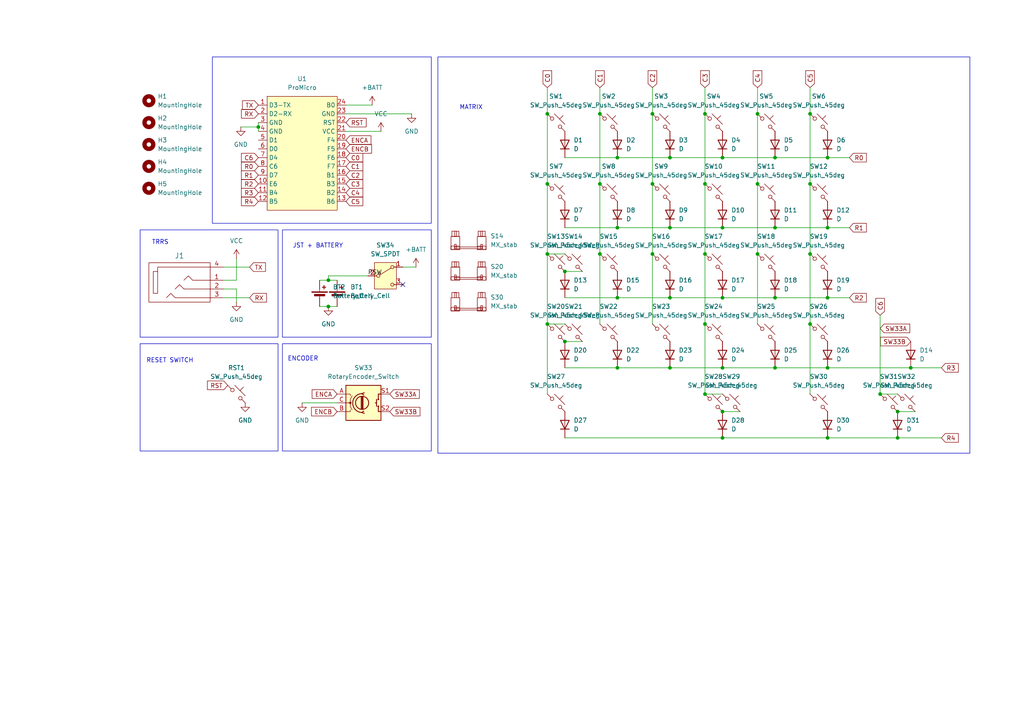
<source format=kicad_sch>
(kicad_sch (version 20231120) (generator "eeschema") (generator_version "8.0")
  (paper "A4")
  (lib_symbols
    (symbol "Device:Battery_Cell" (pin_numbers hide) (pin_names (offset 0) hide)
      (property "Reference" "BT" (at 2.54 2.54 0))
      (property "Value" "Battery_Cell" (at 2.54 0 0))
      (symbol "Battery_Cell_0_1"
        (rectangle (start -2.286 1.778) (end 2.286 1.524) (fill (type outline)))
        (rectangle (start -1.524 1.016) (end 1.524 0.508) (fill (type outline)))
        (polyline (pts (xy 0 0.762) (xy 0 0)))
        (polyline (pts (xy 0 1.778) (xy 0 2.54)))
        (polyline (pts (xy 0.762 3.048) (xy 1.778 3.048)) (stroke (width 0.254)))
        (polyline (pts (xy 1.27 3.556) (xy 1.27 2.54)) (stroke (width 0.254)))
      )
      (symbol "Battery_Cell_1_1"
        (pin passive line (at 0 5.08 270) (length 2.54) (name "+") (number "1"))
        (pin passive line (at 0 -2.54 90) (length 2.54) (name "-") (number "2"))
      )
    )
    (symbol "Device:D" (pin_numbers hide) (pin_names (offset 1.016) hide)
      (property "Reference" "D" (at 0 2.54 0))
      (property "Value" "D" (at 0 -2.54 0))
      (symbol "D_0_1"
        (polyline (pts (xy -1.27 1.27) (xy -1.27 -1.27)) (stroke (width 0.254)))
        (polyline (pts (xy 1.27 0) (xy -1.27 0)))
        (polyline (pts (xy 1.27 1.27) (xy 1.27 -1.27) (xy -1.27 0) (xy 1.27 1.27)) (stroke (width 0.254)))
      )
      (symbol "D_1_1"
        (pin passive line (at -3.81 0 0) (length 2.54) (name "K") (number "1"))
        (pin passive line (at 3.81 0 180) (length 2.54) (name "A") (number "2"))
      )
    )
    (symbol "Device:RotaryEncoder_Switch" (pin_names (offset 0.254) hide)
      (property "Reference" "SW" (at 0 6.604 0))
      (property "Value" "RotaryEncoder_Switch" (at 0 -6.604 0))
      (symbol "RotaryEncoder_Switch_0_1"
        (rectangle (start -5.08 5.08) (end 5.08 -5.08) (stroke (width 0.254)) (fill (type background)))
        (circle (center -3.81 0) (radius 0.254) (fill (type outline)))
        (circle (center -0.381 0) (radius 1.905) (stroke (width 0.254)))
        (arc (start -0.381 2.667) (mid -3.0988 -0.0635) (end -0.381 -2.794) (stroke (width 0.254)))
        (polyline (pts (xy -0.635 -1.778) (xy -0.635 1.778)) (stroke (width 0.254)))
        (polyline (pts (xy -0.381 -1.778) (xy -0.381 1.778)) (stroke (width 0.254)))
        (polyline (pts (xy -0.127 1.778) (xy -0.127 -1.778)) (stroke (width 0.254)))
        (polyline (pts (xy 3.81 0) (xy 3.429 0)) (stroke (width 0.254)))
        (polyline (pts (xy 3.81 1.016) (xy 3.81 -1.016)) (stroke (width 0.254)))
        (polyline (pts (xy -5.08 -2.54) (xy -3.81 -2.54) (xy -3.81 -2.032)))
        (polyline (pts (xy -5.08 2.54) (xy -3.81 2.54) (xy -3.81 2.032)))
        (polyline (pts (xy 0.254 -3.048) (xy -0.508 -2.794) (xy 0.127 -2.413)) (stroke (width 0.254)))
        (polyline (pts (xy 0.254 2.921) (xy -0.508 2.667) (xy 0.127 2.286)) (stroke (width 0.254)))
        (polyline (pts (xy 5.08 -2.54) (xy 4.318 -2.54) (xy 4.318 -1.016)) (stroke (width 0.254)))
        (polyline (pts (xy 5.08 2.54) (xy 4.318 2.54) (xy 4.318 1.016)) (stroke (width 0.254)))
        (polyline (pts (xy -5.08 0) (xy -3.81 0) (xy -3.81 -1.016) (xy -3.302 -2.032)))
        (polyline (pts (xy -4.318 0) (xy -3.81 0) (xy -3.81 1.016) (xy -3.302 2.032)))
        (circle (center 4.318 -1.016) (radius 0.127) (stroke (width 0.254)))
        (circle (center 4.318 1.016) (radius 0.127) (stroke (width 0.254)))
      )
      (symbol "RotaryEncoder_Switch_1_1"
        (pin passive line (at -7.62 2.54 0) (length 2.54) (name "A") (number "A"))
        (pin passive line (at -7.62 -2.54 0) (length 2.54) (name "B") (number "B"))
        (pin passive line (at -7.62 0 0) (length 2.54) (name "C") (number "C"))
        (pin passive line (at 7.62 2.54 180) (length 2.54) (name "S1") (number "S1"))
        (pin passive line (at 7.62 -2.54 180) (length 2.54) (name "S2") (number "S2"))
      )
    )
    (symbol "GHN:Arduino_ProMicro" (in_bom no)
      (property "Reference" "U1" (at 0 21.59 0))
      (property "Value" "ProMicro" (at 0 19.05 0))
      (symbol "Arduino_ProMicro_0_0"
        (pin bidirectional line (at -12.7 13.97 0) (length 2.54) (name "D3-TX") (number "1"))
        (pin bidirectional line (at -12.7 -8.89 0) (length 2.54) (name "E6") (number "10"))
        (pin bidirectional line (at -12.7 -11.43 0) (length 2.54) (name "B4") (number "11"))
        (pin bidirectional line (at -12.7 -13.97 0) (length 2.54) (name "B5") (number "12"))
        (pin bidirectional line (at -12.7 11.43 0) (length 2.54) (name "D2-RX") (number "2"))
        (pin power_out line (at -12.7 8.89 0) (length 2.54) (name "GND") (number "3"))
        (pin power_out line (at -12.7 6.35 0) (length 2.54) (name "GND") (number "4"))
        (pin bidirectional line (at -12.7 3.81 0) (length 2.54) (name "D1") (number "5"))
        (pin bidirectional line (at -12.7 1.27 0) (length 2.54) (name "D0") (number "6"))
        (pin bidirectional line (at -12.7 -1.27 0) (length 2.54) (name "D4") (number "7"))
        (pin bidirectional line (at -12.7 -3.81 0) (length 2.54) (name "C6") (number "8"))
        (pin bidirectional line (at -12.7 -6.35 0) (length 2.54) (name "D7") (number "9"))
      )
      (symbol "Arduino_ProMicro_1_0"
        (pin bidirectional line (at 12.7 -13.97 180) (length 2.54) (name "B6") (number "13"))
        (pin bidirectional line (at 12.7 -11.43 180) (length 2.54) (name "B2") (number "14"))
        (pin bidirectional line (at 12.7 -8.89 180) (length 2.54) (name "B3") (number "15"))
        (pin bidirectional line (at 12.7 -6.35 180) (length 2.54) (name "B1") (number "16"))
        (pin bidirectional line (at 12.7 -3.81 180) (length 2.54) (name "F7") (number "17"))
        (pin bidirectional line (at 12.7 -1.27 180) (length 2.54) (name "F6") (number "18"))
        (pin bidirectional line (at 12.7 1.27 180) (length 2.54) (name "F5") (number "19"))
        (pin bidirectional line (at 12.7 3.81 180) (length 2.54) (name "F4") (number "20"))
        (pin power_out line (at 12.7 6.35 180) (length 2.54) (name "VCC") (number "21"))
        (pin bidirectional line (at 12.7 8.89 180) (length 2.54) (name "RST") (number "22"))
        (pin power_out line (at 12.7 11.43 180) (length 2.54) (name "GND") (number "23"))
        (pin bidirectional line (at 12.7 13.97 180) (length 2.54) (name "B0") (number "24"))
      )
      (symbol "Arduino_ProMicro_1_1"
        (rectangle (start -10.16 16.51) (end 10.16 -16.51) (fill (type background)))
      )
    )
    (symbol "KLORlib:MJ-4PP-9 TRRS" (pin_names (offset 1.016))
      (property "Reference" "J1" (at -1.27 7.112 0))
      (symbol "MJ-4PP-9 TRRS_0_1"
        (rectangle (start -7.62 2.54) (end -8.89 -3.81))
        (polyline (pts (xy 2.54 0) (xy 7.62 0)))
        (polyline (pts (xy -2.54 -5.08) (xy 7.62 -5.08) (xy 7.62 -5.08)))
        (polyline (pts (xy 0 -2.54) (xy -1.27 -1.27) (xy -2.54 -2.54)))
        (polyline (pts (xy 0 0) (xy 1.27 1.27) (xy 2.54 0)))
        (polyline (pts (xy 7.62 3.81) (xy -7.62 3.81) (xy -7.62 2.54)))
        (polyline (pts (xy -2.54 -5.08) (xy -3.81 -3.81) (xy -5.08 -5.08) (xy -5.08 -5.08)))
        (polyline (pts (xy 0 -2.54) (xy 7.62 -2.54) (xy 7.62 -2.54) (xy 7.62 -2.54)))
        (rectangle (start 7.62 -6.35) (end -10.16 5.08))
      )
      (symbol "MJ-4PP-9 TRRS_1_1"
        (pin passive line (at 11.43 0 180) (length 3.81) (name "~") (number "1"))
        (pin passive line (at 11.43 -2.54 180) (length 3.81) (name "~") (number "2"))
        (pin passive line (at 11.43 -5.08 180) (length 3.81) (name "~") (number "3"))
        (pin passive line (at 11.43 3.81 180) (length 3.81) (name "~") (number "4"))
      )
    )
    (symbol "Mechanical:MountingHole" (pin_names (offset 1.016)) (exclude_from_sim yes) (in_bom no)
      (property "Reference" "H" (at 0 5.08 0))
      (property "Value" "MountingHole" (at 0 3.175 0))
      (symbol "MountingHole_0_1"
        (circle (center 0 0) (radius 1.27) (stroke (width 1.27)))
      )
    )
    (symbol "PCM_marbastlib-mx:MX_stab" (pin_names (offset 1.016))
      (property "Reference" "S" (at -5.08 6.35 0))
      (property "Value" "MX_stab" (at -5.08 3.81 0))
      (symbol "MX_stab_0_1"
        (rectangle (start -5.08 -1.524) (end -2.54 -2.54))
        (rectangle (start -5.08 1.27) (end -2.54 -2.54))
        (rectangle (start -4.826 2.794) (end -2.794 1.27))
        (rectangle (start -4.064 -2.286) (end -3.556 -1.016))
        (rectangle (start -4.064 -1.778) (end 4.064 -2.286))
        (rectangle (start -4.064 1.27) (end -3.556 2.794))
        (rectangle (start 2.54 -1.524) (end 5.08 -2.54))
        (rectangle (start 2.54 1.27) (end 5.08 -2.54))
        (rectangle (start 2.794 2.794) (end 4.826 1.27))
        (rectangle (start 3.556 1.27) (end 4.064 2.794))
        (rectangle (start 4.064 -2.286) (end 3.556 -1.016))
      )
    )
    (symbol "Switch:SW_Push_45deg" (pin_numbers hide) (pin_names (offset 1.016) hide)
      (property "Reference" "SW" (at 3.048 1.016 0))
      (property "Value" "SW_Push_45deg" (at 0 -3.81 0))
      (symbol "SW_Push_45deg_0_1"
        (circle (center -1.1684 1.1684) (radius 0.508))
        (polyline (pts (xy -0.508 2.54) (xy 2.54 -0.508)))
        (polyline (pts (xy 1.016 1.016) (xy 2.032 2.032)))
        (polyline (pts (xy -2.54 2.54) (xy -1.524 1.524) (xy -1.524 1.524)))
        (polyline (pts (xy 1.524 -1.524) (xy 2.54 -2.54) (xy 2.54 -2.54) (xy 2.54 -2.54)))
        (circle (center 1.143 -1.1938) (radius 0.508))
        (pin passive line (at -2.54 2.54 0) (length 0) (name "1") (number "1"))
        (pin passive line (at 2.54 -2.54 180) (length 0) (name "2") (number "2"))
      )
    )
    (symbol "Switch:SW_SPDT" (pin_names (offset 0) hide)
      (property "Reference" "SW" (at 0 5.08 0))
      (property "Value" "SW_SPDT" (at 0 -5.08 0))
      (symbol "SW_SPDT_0_1"
        (circle (center -2.032 0) (radius 0.4572))
        (polyline (pts (xy -1.651 0.254) (xy 1.651 2.286)))
        (circle (center 2.032 -2.54) (radius 0.4572))
        (circle (center 2.032 2.54) (radius 0.4572))
      )
      (symbol "SW_SPDT_1_1"
        (rectangle (start -3.175 3.81) (end 3.175 -3.81) (fill (type background)))
        (pin passive line (at 5.08 2.54 180) (length 2.54) (name "A") (number "1"))
        (pin passive line (at -5.08 0 0) (length 2.54) (name "B") (number "2"))
        (pin passive line (at 5.08 -2.54 180) (length 2.54) (name "C") (number "3"))
      )
    )
    (symbol "power:+BATT" (power) (pin_numbers hide) (pin_names (offset 0) hide)
      (property "Value" "+BATT" (at 0 3.556 0))
      (symbol "+BATT_0_1"
        (polyline (pts (xy -0.762 1.27) (xy 0 2.54)))
        (polyline (pts (xy 0 0) (xy 0 2.54)))
        (polyline (pts (xy 0 2.54) (xy 0.762 1.27)))
      )
      (symbol "+BATT_1_1"
        (pin power_in line (at 0 0 90) (length 0) (name "~") (number "1"))
      )
    )
    (symbol "power:GND" (power) (pin_numbers hide) (pin_names (offset 0) hide)
      (property "Value" "GND" (at 0 -3.81 0))
      (symbol "GND_0_1"
        (polyline (pts (xy 0 0) (xy 0 -1.27) (xy 1.27 -1.27) (xy 0 -2.54) (xy -1.27 -1.27) (xy 0 -1.27)))
      )
      (symbol "GND_1_1"
        (pin power_in line (at 0 0 270) (length 0) (name "~") (number "1"))
      )
    )
    (symbol "power:VCC" (power) (pin_numbers hide) (pin_names (offset 0) hide)
      (property "Value" "VCC" (at 0 3.556 0))
      (symbol "VCC_0_1"
        (polyline (pts (xy -0.762 1.27) (xy 0 2.54)))
        (polyline (pts (xy 0 0) (xy 0 2.54)))
        (polyline (pts (xy 0 2.54) (xy 0.762 1.27)))
      )
      (symbol "VCC_1_1"
        (pin power_in line (at 0 0 90) (length 0) (name "~") (number "1"))
      )
    )
  )
  (junction (at 204.47 73.66))
  (junction (at 224.79 66.04))
  (junction (at 209.55 45.72))
  (junction (at 264.16 106.68))
  (junction (at 219.71 53.34))
  (junction (at 240.03 127))
  (junction (at 260.35 127))
  (junction (at 194.31 106.68))
  (junction (at 240.03 86.36))
  (junction (at 173.99 53.34))
  (junction (at 194.31 66.04))
  (junction (at 95.25 88.9))
  (junction (at 240.03 66.04))
  (junction (at 234.95 53.34))
  (junction (at 204.47 93.98))
  (junction (at 209.55 106.68))
  (junction (at 179.07 106.68))
  (junction (at 224.79 86.36))
  (junction (at 179.07 86.36))
  (junction (at 224.79 106.68))
  (junction (at 240.03 45.72))
  (junction (at 189.23 73.66))
  (junction (at 219.71 33.02))
  (junction (at 158.75 73.66))
  (junction (at 219.71 73.66))
  (junction (at 163.83 78.74))
  (junction (at 209.55 127))
  (junction (at 209.55 66.04))
  (junction (at 204.47 53.34))
  (junction (at 240.03 106.68))
  (junction (at 204.47 33.02))
  (junction (at 224.79 45.72))
  (junction (at 173.99 33.02))
  (junction (at 158.75 53.34))
  (junction (at 173.99 73.66))
  (junction (at 189.23 33.02))
  (junction (at 74.93 36.83))
  (junction (at 209.55 86.36))
  (junction (at 163.83 99.06))
  (junction (at 204.47 114.3))
  (junction (at 179.07 45.72))
  (junction (at 234.95 93.98))
  (junction (at 209.55 119.38))
  (junction (at 189.23 53.34))
  (junction (at 194.31 45.72))
  (junction (at 179.07 66.04))
  (junction (at 234.95 73.66))
  (junction (at 158.75 33.02))
  (junction (at 234.95 33.02))
  (junction (at 260.35 119.38))
  (junction (at 95.25 81.28))
  (junction (at 194.31 86.36))
  (junction (at 158.75 93.98))
  (junction (at 255.27 114.3))
  (no_connect (at 116.84 82.55))
  (wire (pts (xy 224.79 86.36) (xy 240.03 86.36)))
  (wire (pts (xy 95.25 88.9) (xy 97.79 88.9)))
  (wire (pts (xy 219.71 73.66) (xy 219.71 93.98)))
  (wire (pts (xy 240.03 127) (xy 260.35 127)))
  (wire (pts (xy 224.79 45.72) (xy 240.03 45.72)))
  (wire (pts (xy 264.16 106.68) (xy 273.05 106.68)))
  (wire (pts (xy 209.55 127) (xy 240.03 127)))
  (wire (pts (xy 194.31 86.36) (xy 209.55 86.36)))
  (wire (pts (xy 158.75 93.98) (xy 163.83 93.98)))
  (wire (pts (xy 255.27 91.44) (xy 255.27 114.3)))
  (wire (pts (xy 72.39 86.36) (xy 64.77 86.36)))
  (wire (pts (xy 158.75 33.02) (xy 158.75 53.34)))
  (wire (pts (xy 219.71 33.02) (xy 219.71 53.34)))
  (wire (pts (xy 163.83 106.68) (xy 179.07 106.68)))
  (wire (pts (xy 224.79 106.68) (xy 240.03 106.68)))
  (wire (pts (xy 209.55 86.36) (xy 224.79 86.36)))
  (wire (pts (xy 158.75 73.66) (xy 158.75 93.98)))
  (wire (pts (xy 240.03 45.72) (xy 246.38 45.72)))
  (wire (pts (xy 234.95 25.4) (xy 234.95 33.02)))
  (wire (pts (xy 240.03 86.36) (xy 246.38 86.36)))
  (wire (pts (xy 179.07 45.72) (xy 194.31 45.72)))
  (wire (pts (xy 158.75 93.98) (xy 158.75 114.3)))
  (wire (pts (xy 119.38 33.02) (xy 100.33 33.02)))
  (wire (pts (xy 64.77 83.82) (xy 68.58 83.82)))
  (wire (pts (xy 204.47 93.98) (xy 204.47 114.3)))
  (wire (pts (xy 158.75 73.66) (xy 163.83 73.66)))
  (wire (pts (xy 219.71 25.4) (xy 219.71 33.02)))
  (wire (pts (xy 64.77 81.28) (xy 68.58 81.28)))
  (wire (pts (xy 173.99 73.66) (xy 173.99 93.98)))
  (wire (pts (xy 92.71 81.28) (xy 95.25 81.28)))
  (wire (pts (xy 189.23 53.34) (xy 189.23 73.66)))
  (wire (pts (xy 179.07 106.68) (xy 194.31 106.68)))
  (wire (pts (xy 95.25 81.28) (xy 97.79 81.28)))
  (wire (pts (xy 260.35 119.38) (xy 265.43 119.38)))
  (wire (pts (xy 219.71 53.34) (xy 219.71 73.66)))
  (wire (pts (xy 204.47 73.66) (xy 204.47 93.98)))
  (wire (pts (xy 234.95 53.34) (xy 234.95 73.66)))
  (wire (pts (xy 260.35 127) (xy 273.05 127)))
  (wire (pts (xy 209.55 45.72) (xy 224.79 45.72)))
  (wire (pts (xy 224.79 66.04) (xy 240.03 66.04)))
  (wire (pts (xy 234.95 33.02) (xy 234.95 53.34)))
  (wire (pts (xy 194.31 66.04) (xy 209.55 66.04)))
  (wire (pts (xy 240.03 106.68) (xy 264.16 106.68)))
  (wire (pts (xy 209.55 119.38) (xy 214.63 119.38)))
  (wire (pts (xy 209.55 106.68) (xy 224.79 106.68)))
  (wire (pts (xy 158.75 53.34) (xy 158.75 73.66)))
  (wire (pts (xy 120.65 77.47) (xy 116.84 77.47)))
  (wire (pts (xy 163.83 45.72) (xy 179.07 45.72)))
  (wire (pts (xy 204.47 33.02) (xy 204.47 53.34)))
  (wire (pts (xy 163.83 78.74) (xy 168.91 78.74)))
  (wire (pts (xy 163.83 99.06) (xy 168.91 99.06)))
  (wire (pts (xy 163.83 66.04) (xy 179.07 66.04)))
  (wire (pts (xy 72.39 77.47) (xy 64.77 77.47)))
  (wire (pts (xy 255.27 114.3) (xy 260.35 114.3)))
  (wire (pts (xy 107.95 30.48) (xy 100.33 30.48)))
  (wire (pts (xy 204.47 53.34) (xy 204.47 73.66)))
  (wire (pts (xy 240.03 66.04) (xy 246.38 66.04)))
  (wire (pts (xy 173.99 33.02) (xy 173.99 53.34)))
  (wire (pts (xy 68.58 81.28) (xy 68.58 74.93)))
  (wire (pts (xy 194.31 106.68) (xy 209.55 106.68)))
  (wire (pts (xy 189.23 25.4) (xy 189.23 33.02)))
  (wire (pts (xy 204.47 25.4) (xy 204.47 33.02)))
  (wire (pts (xy 68.58 83.82) (xy 68.58 87.63)))
  (wire (pts (xy 234.95 73.66) (xy 234.95 93.98)))
  (wire (pts (xy 163.83 86.36) (xy 179.07 86.36)))
  (wire (pts (xy 173.99 53.34) (xy 173.99 73.66)))
  (wire (pts (xy 194.31 45.72) (xy 209.55 45.72)))
  (wire (pts (xy 189.23 73.66) (xy 189.23 93.98)))
  (wire (pts (xy 74.93 36.83) (xy 74.93 38.1)))
  (wire (pts (xy 179.07 86.36) (xy 194.31 86.36)))
  (wire (pts (xy 74.93 35.56) (xy 74.93 36.83)))
  (wire (pts (xy 95.25 80.01) (xy 106.68 80.01)))
  (wire (pts (xy 110.49 38.1) (xy 100.33 38.1)))
  (wire (pts (xy 234.95 93.98) (xy 234.95 114.3)))
  (wire (pts (xy 163.83 127) (xy 209.55 127)))
  (wire (pts (xy 87.63 116.84) (xy 97.79 116.84)))
  (wire (pts (xy 158.75 25.4) (xy 158.75 33.02)))
  (wire (pts (xy 173.99 25.4) (xy 173.99 33.02)))
  (wire (pts (xy 189.23 33.02) (xy 189.23 53.34)))
  (wire (pts (xy 209.55 66.04) (xy 224.79 66.04)))
  (wire (pts (xy 69.85 36.83) (xy 74.93 36.83)))
  (wire (pts (xy 95.25 81.28) (xy 95.25 80.01)))
  (wire (pts (xy 204.47 114.3) (xy 209.55 114.3)))
  (wire (pts (xy 179.07 66.04) (xy 194.31 66.04)))
  (wire (pts (xy 92.71 88.9) (xy 95.25 88.9)))
  (rectangle (start 81.915 99.695) (end 125.095 130.81))
  (rectangle (start 81.915 66.675) (end 125.095 97.79))
  (rectangle (start 127 16.51) (end 281.305 131.445))
  (rectangle (start 61.595 16.51) (end 125.095 64.77))
  (rectangle (start 40.64 66.675) (end 80.645 97.79))
  (rectangle (start 40.64 99.695) (end 80.645 130.81))
  (text "TRRS" (at 46.482 70.358 0) (effects (font (size 1.27 1.27))))
  (text "RESET SWITCH\n" (at 49.276 104.648 0) (effects (font (size 1.27 1.27))))
  (text "JST + BATTERY\n" (at 92.202 71.374 0) (effects (font (size 1.27 1.27))))
  (text "MATRIX\n" (at 136.652 31.242 0) (effects (font (size 1.27 1.27))))
  (text "ENCODER\n" (at 87.884 104.14 0) (effects (font (size 1.27 1.27))))
  (label "PSW" (at 106.68 80.01 0))
  (global_label "R4" (shape input) (at 74.93 58.42 180) (property "Intersheetrefs" "${INTERSHEET_REFS}" (effects (hide yes))))
  (global_label "C0" (shape input) (at 158.75 25.4 90) (property "Intersheetrefs" "${INTERSHEET_REFS}" (effects (hide yes))))
  (global_label "C6" (shape input) (at 255.27 91.44 90) (property "Intersheetrefs" "${INTERSHEET_REFS}" (effects (hide yes))))
  (global_label "C3" (shape input) (at 100.33 53.34 0) (property "Intersheetrefs" "${INTERSHEET_REFS}" (effects (hide yes))))
  (global_label "SW33A" (shape input) (at 113.03 114.3 0) (property "Intersheetrefs" "${INTERSHEET_REFS}" (effects (hide yes))))
  (global_label "R2" (shape input) (at 74.93 53.34 180) (property "Intersheetrefs" "${INTERSHEET_REFS}" (effects (hide yes))))
  (global_label "C4" (shape input) (at 219.71 25.4 90) (property "Intersheetrefs" "${INTERSHEET_REFS}" (effects (hide yes))))
  (global_label "SW33A" (shape input) (at 255.27 95.25 0) (property "Intersheetrefs" "${INTERSHEET_REFS}" (effects (hide yes))))
  (global_label "C6" (shape input) (at 74.93 45.72 180) (property "Intersheetrefs" "${INTERSHEET_REFS}" (effects (hide yes))))
  (global_label "ENCA" (shape input) (at 97.79 114.3 180) (property "Intersheetrefs" "${INTERSHEET_REFS}" (effects (hide yes))))
  (global_label "RST" (shape input) (at 100.33 35.56 0) (property "Intersheetrefs" "${INTERSHEET_REFS}" (effects (hide yes))))
  (global_label "R4" (shape input) (at 273.05 127 0) (property "Intersheetrefs" "${INTERSHEET_REFS}" (effects (hide yes))))
  (global_label "RST" (shape input) (at 66.04 111.76 180) (property "Intersheetrefs" "${INTERSHEET_REFS}" (effects (hide yes))))
  (global_label "TX" (shape input) (at 72.39 77.47 0) (property "Intersheetrefs" "${INTERSHEET_REFS}" (effects (hide yes))))
  (global_label "SW33B" (shape input) (at 113.03 119.38 0) (property "Intersheetrefs" "${INTERSHEET_REFS}" (effects (hide yes))))
  (global_label "C4" (shape input) (at 100.33 55.88 0) (property "Intersheetrefs" "${INTERSHEET_REFS}" (effects (hide yes))))
  (global_label "C3" (shape input) (at 204.47 25.4 90) (property "Intersheetrefs" "${INTERSHEET_REFS}" (effects (hide yes))))
  (global_label "R0" (shape input) (at 74.93 48.26 180) (property "Intersheetrefs" "${INTERSHEET_REFS}" (effects (hide yes))))
  (global_label "C1" (shape input) (at 173.99 25.4 90) (property "Intersheetrefs" "${INTERSHEET_REFS}" (effects (hide yes))))
  (global_label "C5" (shape input) (at 234.95 25.4 90) (property "Intersheetrefs" "${INTERSHEET_REFS}" (effects (hide yes))))
  (global_label "C5" (shape input) (at 100.33 58.42 0) (property "Intersheetrefs" "${INTERSHEET_REFS}" (effects (hide yes))))
  (global_label "R1" (shape input) (at 74.93 50.8 180) (property "Intersheetrefs" "${INTERSHEET_REFS}" (effects (hide yes))))
  (global_label "ENCA" (shape input) (at 100.33 40.64 0) (property "Intersheetrefs" "${INTERSHEET_REFS}" (effects (hide yes))))
  (global_label "SW33B" (shape input) (at 264.16 99.06 180) (property "Intersheetrefs" "${INTERSHEET_REFS}" (effects (hide yes))))
  (global_label "R1" (shape input) (at 246.38 66.04 0) (property "Intersheetrefs" "${INTERSHEET_REFS}" (effects (hide yes))))
  (global_label "C2" (shape input) (at 189.23 25.4 90) (property "Intersheetrefs" "${INTERSHEET_REFS}" (effects (hide yes))))
  (global_label "C2" (shape input) (at 100.33 50.8 0) (property "Intersheetrefs" "${INTERSHEET_REFS}" (effects (hide yes))))
  (global_label "C1" (shape input) (at 100.33 48.26 0) (property "Intersheetrefs" "${INTERSHEET_REFS}" (effects (hide yes))))
  (global_label "C0" (shape input) (at 100.33 45.72 0) (property "Intersheetrefs" "${INTERSHEET_REFS}" (effects (hide yes))))
  (global_label "ENCB" (shape input) (at 97.79 119.38 180) (property "Intersheetrefs" "${INTERSHEET_REFS}" (effects (hide yes))))
  (global_label "R2" (shape input) (at 246.38 86.36 0) (property "Intersheetrefs" "${INTERSHEET_REFS}" (effects (hide yes))))
  (global_label "RX" (shape input) (at 72.39 86.36 0) (property "Intersheetrefs" "${INTERSHEET_REFS}" (effects (hide yes))))
  (global_label "R0" (shape input) (at 246.38 45.72 0) (property "Intersheetrefs" "${INTERSHEET_REFS}" (effects (hide yes))))
  (global_label "RX" (shape input) (at 74.93 33.02 180) (property "Intersheetrefs" "${INTERSHEET_REFS}" (effects (hide yes))))
  (global_label "R3" (shape input) (at 74.93 55.88 180) (property "Intersheetrefs" "${INTERSHEET_REFS}" (effects (hide yes))))
  (global_label "TX" (shape input) (at 74.93 30.48 180) (property "Intersheetrefs" "${INTERSHEET_REFS}" (effects (hide yes))))
  (global_label "ENCB" (shape input) (at 100.33 43.18 0) (property "Intersheetrefs" "${INTERSHEET_REFS}" (effects (hide yes))))
  (global_label "R3" (shape input) (at 273.05 106.68 0) (property "Intersheetrefs" "${INTERSHEET_REFS}" (effects (hide yes))))
  (symbol (lib_id "Switch:SW_Push_45deg") (at 176.53 35.56 0) (unit 1)
    (property "Reference" "SW2" (at 176.53 27.94 0))
    (property "Value" "SW_Push_45deg" (at 176.53 30.48 0))
    (property "Footprint" "GHN:MX Rev 1U" (effects (hide yes)))
    (property "Description" "Push button switch, normally open, two pins, 45° tilted" (effects (hide yes)))
  )
  (symbol (lib_id "Switch:SW_Push_45deg") (at 212.09 116.84 0) (unit 1)
    (property "Reference" "SW29" (at 212.09 109.22 0))
    (property "Value" "SW_Push_45deg" (at 212.09 111.76 0))
    (property "Footprint" "GHN:MX 1U" (effects (hide yes)))
    (property "Description" "Push button switch, normally open, two pins, 45° tilted" (effects (hide yes)))
  )
  (symbol (lib_id "Switch:SW_Push_45deg") (at 161.29 116.84 0) (unit 1)
    (property "Reference" "SW27" (at 161.29 109.22 0))
    (property "Value" "SW_Push_45deg" (at 161.29 111.76 0))
    (property "Footprint" "GHN:MX Rev 1.5U" (effects (hide yes)))
    (property "Description" "Push button switch, normally open, two pins, 45° tilted" (effects (hide yes)))
  )
  (symbol (lib_id "Device:D") (at 179.07 62.23 90) (unit 1)
    (property "Reference" "D8" (at 181.61 60.9599 90) (effects (justify right)))
    (property "Value" "D" (at 181.61 63.4999 90) (effects (justify right)))
    (property "Footprint" "GHN:Diode_SOD123" (effects (hide yes)))
    (property "Description" "Diode" (effects (hide yes)))
    (property "Sim.Device" "D" (effects (hide yes)))
    (property "Sim.Pins" "1=K 2=A" (effects (hide yes)))
  )
  (symbol (lib_id "Switch:SW_Push_45deg") (at 207.01 76.2 0) (unit 1)
    (property "Reference" "SW17" (at 207.01 68.58 0))
    (property "Value" "SW_Push_45deg" (at 207.01 71.12 0))
    (property "Footprint" "GHN:MX Rev 1U" (effects (hide yes)))
    (property "Description" "Push button switch, normally open, two pins, 45° tilted" (effects (hide yes)))
  )
  (symbol (lib_id "Device:D") (at 240.03 82.55 90) (unit 1)
    (property "Reference" "D19" (at 242.57 81.2799 90) (effects (justify right)))
    (property "Value" "D" (at 242.57 83.8199 90) (effects (justify right)))
    (property "Footprint" "GHN:Diode_SOD123" (effects (hide yes)))
    (property "Description" "Diode" (effects (hide yes)))
    (property "Sim.Device" "D" (effects (hide yes)))
    (property "Sim.Pins" "1=K 2=A" (effects (hide yes)))
  )
  (symbol (lib_id "Mechanical:MountingHole") (at 43.18 29.21 0) (unit 1) (exclude_from_sim yes) (in_bom no)
    (property "Reference" "H1" (at 45.72 27.9399 0) (effects (justify left)))
    (property "Value" "MountingHole" (at 45.72 30.4799 0) (effects (justify left)))
    (property "Footprint" "MountingHole:MountingHole_3.2mm_M3" (effects (hide yes)))
    (property "Description" "Mounting Hole without connection" (effects (hide yes)))
  )
  (symbol (lib_id "Device:D") (at 209.55 41.91 90) (unit 1)
    (property "Reference" "D4" (at 212.09 40.6399 90) (effects (justify right)))
    (property "Value" "D" (at 212.09 43.1799 90) (effects (justify right)))
    (property "Footprint" "GHN:Diode_SOD123" (effects (hide yes)))
    (property "Description" "Diode" (effects (hide yes)))
    (property "Sim.Device" "D" (effects (hide yes)))
    (property "Sim.Pins" "1=K 2=A" (effects (hide yes)))
  )
  (symbol (lib_id "Switch:SW_Push_45deg") (at 237.49 96.52 0) (unit 1)
    (property "Reference" "SW26" (at 237.49 88.9 0))
    (property "Value" "SW_Push_45deg" (at 237.49 91.44 0))
    (property "Footprint" "GHN:MX Rev 1U" (effects (hide yes)))
    (property "Description" "Push button switch, normally open, two pins, 45° tilted" (effects (hide yes)))
  )
  (symbol (lib_id "Mechanical:MountingHole") (at 43.18 54.61 0) (unit 1) (exclude_from_sim yes) (in_bom no)
    (property "Reference" "H5" (at 45.72 53.3399 0) (effects (justify left)))
    (property "Value" "MountingHole" (at 45.72 55.8799 0) (effects (justify left)))
    (property "Footprint" "MountingHole:MountingHole_3.2mm_M3" (effects (hide yes)))
    (property "Description" "Mounting Hole without connection" (effects (hide yes)))
  )
  (symbol (lib_id "Device:RotaryEncoder_Switch") (at 105.41 116.84 0) (unit 1)
    (property "Reference" "SW33" (at 105.41 106.68 0))
    (property "Value" "RotaryEncoder_Switch" (at 105.41 109.22 0))
    (property "Footprint" "GHN:RotaryEncoder_Alps_EC11E-Switch_Vertical_H20mm-keebio_modified" (effects (hide yes)))
    (property "Description" "Rotary encoder, dual channel, incremental quadrate outputs, with switch" (effects (hide yes)))
  )
  (symbol (lib_id "Device:D") (at 194.31 102.87 90) (unit 1)
    (property "Reference" "D23" (at 196.85 101.5999 90) (effects (justify right)))
    (property "Value" "D" (at 196.85 104.1399 90) (effects (justify right)))
    (property "Footprint" "GHN:Diode_SOD123" (effects (hide yes)))
    (property "Description" "Diode" (effects (hide yes)))
    (property "Sim.Device" "D" (effects (hide yes)))
    (property "Sim.Pins" "1=K 2=A" (effects (hide yes)))
  )
  (symbol (lib_id "Device:D") (at 163.83 123.19 90) (unit 1)
    (property "Reference" "D27" (at 166.37 121.9199 90) (effects (justify right)))
    (property "Value" "D" (at 166.37 124.4599 90) (effects (justify right)))
    (property "Footprint" "GHN:Diode_SOD123" (effects (hide yes)))
    (property "Description" "Diode" (effects (hide yes)))
    (property "Sim.Device" "D" (effects (hide yes)))
    (property "Sim.Pins" "1=K 2=A" (effects (hide yes)))
  )
  (symbol (lib_id "Device:D") (at 179.07 41.91 90) (unit 1)
    (property "Reference" "D2" (at 181.61 40.6399 90) (effects (justify right)))
    (property "Value" "D" (at 181.61 43.1799 90) (effects (justify right)))
    (property "Footprint" "GHN:Diode_SOD123" (effects (hide yes)))
    (property "Description" "Diode" (effects (hide yes)))
    (property "Sim.Device" "D" (effects (hide yes)))
    (property "Sim.Pins" "1=K 2=A" (effects (hide yes)))
  )
  (symbol (lib_id "Switch:SW_Push_45deg") (at 257.81 116.84 0) (unit 1)
    (property "Reference" "SW31" (at 257.81 109.22 0))
    (property "Value" "SW_Push_45deg" (at 257.81 111.76 0))
    (property "Footprint" "GHN:MX 1.25U" (effects (hide yes)))
    (property "Description" "Push button switch, normally open, two pins, 45° tilted" (effects (hide yes)))
  )
  (symbol (lib_id "power:+BATT") (at 120.65 77.47 0) (unit 1)
    (property "Reference" "#PWR05" (effects (hide yes)))
    (property "Value" "+BATT" (at 120.65 72.39 0))
    (property "Description" "Power symbol creates a global label with name \"+BATT\"" (effects (hide yes)))
  )
  (symbol (lib_id "Device:D") (at 209.55 62.23 90) (unit 1)
    (property "Reference" "D10" (at 212.09 60.9599 90) (effects (justify right)))
    (property "Value" "D" (at 212.09 63.4999 90) (effects (justify right)))
    (property "Footprint" "GHN:Diode_SOD123" (effects (hide yes)))
    (property "Description" "Diode" (effects (hide yes)))
    (property "Sim.Device" "D" (effects (hide yes)))
    (property "Sim.Pins" "1=K 2=A" (effects (hide yes)))
  )
  (symbol (lib_id "power:GND") (at 68.58 87.63 0) (unit 1)
    (property "Reference" "#PWR09" (effects (hide yes)))
    (property "Value" "GND" (at 68.58 92.71 0))
    (property "Description" "Power symbol creates a global label with name \"GND\" , ground" (effects (hide yes)))
  )
  (symbol (lib_id "Device:D") (at 209.55 82.55 90) (unit 1)
    (property "Reference" "D17" (at 212.09 81.2799 90) (effects (justify right)))
    (property "Value" "D" (at 212.09 83.8199 90) (effects (justify right)))
    (property "Footprint" "GHN:Diode_SOD123" (effects (hide yes)))
    (property "Description" "Diode" (effects (hide yes)))
    (property "Sim.Device" "D" (effects (hide yes)))
    (property "Sim.Pins" "1=K 2=A" (effects (hide yes)))
  )
  (symbol (lib_id "Switch:SW_Push_45deg") (at 161.29 55.88 0) (unit 1)
    (property "Reference" "SW7" (at 161.29 48.26 0))
    (property "Value" "SW_Push_45deg" (at 161.29 50.8 0))
    (property "Footprint" "GHN:MX Rev 1.5U" (effects (hide yes)))
    (property "Description" "Push button switch, normally open, two pins, 45° tilted" (effects (hide yes)))
  )
  (symbol (lib_id "Switch:SW_Push_45deg") (at 191.77 35.56 0) (unit 1)
    (property "Reference" "SW3" (at 191.77 27.94 0))
    (property "Value" "SW_Push_45deg" (at 191.77 30.48 0))
    (property "Footprint" "GHN:MX Rev 1U" (effects (hide yes)))
    (property "Description" "Push button switch, normally open, two pins, 45° tilted" (effects (hide yes)))
  )
  (symbol (lib_id "Device:D") (at 209.55 102.87 90) (unit 1)
    (property "Reference" "D24" (at 212.09 101.5999 90) (effects (justify right)))
    (property "Value" "D" (at 212.09 104.1399 90) (effects (justify right)))
    (property "Footprint" "GHN:Diode_SOD123" (effects (hide yes)))
    (property "Description" "Diode" (effects (hide yes)))
    (property "Sim.Device" "D" (effects (hide yes)))
    (property "Sim.Pins" "1=K 2=A" (effects (hide yes)))
  )
  (symbol (lib_id "power:VCC") (at 110.49 38.1 0) (unit 1)
    (property "Reference" "#PWR011" (effects (hide yes)))
    (property "Value" "VCC" (at 110.49 33.02 0))
    (property "Description" "Power symbol creates a global label with name \"VCC\"" (effects (hide yes)))
  )
  (symbol (lib_id "Switch:SW_Push_45deg") (at 222.25 96.52 0) (unit 1)
    (property "Reference" "SW25" (at 222.25 88.9 0))
    (property "Value" "SW_Push_45deg" (at 222.25 91.44 0))
    (property "Footprint" "GHN:MX Rev 1U" (effects (hide yes)))
    (property "Description" "Push button switch, normally open, two pins, 45° tilted" (effects (hide yes)))
  )
  (symbol (lib_id "Device:D") (at 194.31 41.91 90) (unit 1)
    (property "Reference" "D3" (at 196.85 40.6399 90) (effects (justify right)))
    (property "Value" "D" (at 196.85 43.1799 90) (effects (justify right)))
    (property "Footprint" "GHN:Diode_SOD123" (effects (hide yes)))
    (property "Description" "Diode" (effects (hide yes)))
    (property "Sim.Device" "D" (effects (hide yes)))
    (property "Sim.Pins" "1=K 2=A" (effects (hide yes)))
  )
  (symbol (lib_id "power:GND") (at 119.38 33.02 0) (unit 1)
    (property "Reference" "#PWR01" (effects (hide yes)))
    (property "Value" "GND" (at 119.38 38.1 0))
    (property "Description" "Power symbol creates a global label with name \"GND\" , ground" (effects (hide yes)))
  )
  (symbol (lib_id "KLORlib:MJ-4PP-9 TRRS") (at 53.34 81.28 0) (unit 1)
    (property "Reference" "J1" (at 52.07 74.168 0) (effects (font (size 1.524 1.524))))
    (property "Value" "MJ-4PP-9" (effects (hide yes)))
    (property "Footprint" "GHN:MJ-4PP-9" (effects (hide yes)))
  )
  (symbol (lib_id "Switch:SW_Push_45deg") (at 191.77 96.52 0) (unit 1)
    (property "Reference" "SW23" (at 191.77 88.9 0))
    (property "Value" "SW_Push_45deg" (at 191.77 91.44 0))
    (property "Footprint" "GHN:MX Rev 1U" (effects (hide yes)))
    (property "Description" "Push button switch, normally open, two pins, 45° tilted" (effects (hide yes)))
  )
  (symbol (lib_id "Switch:SW_Push_45deg") (at 237.49 76.2 0) (unit 1)
    (property "Reference" "SW19" (at 237.49 68.58 0))
    (property "Value" "SW_Push_45deg" (at 237.49 71.12 0))
    (property "Footprint" "GHN:MX Rev 1U" (effects (hide yes)))
    (property "Description" "Push button switch, normally open, two pins, 45° tilted" (effects (hide yes)))
  )
  (symbol (lib_id "Device:D") (at 224.79 82.55 90) (unit 1)
    (property "Reference" "D18" (at 227.33 81.2799 90) (effects (justify right)))
    (property "Value" "D" (at 227.33 83.8199 90) (effects (justify right)))
    (property "Footprint" "GHN:Diode_SOD123" (effects (hide yes)))
    (property "Description" "Diode" (effects (hide yes)))
    (property "Sim.Device" "D" (effects (hide yes)))
    (property "Sim.Pins" "1=K 2=A" (effects (hide yes)))
  )
  (symbol (lib_id "Device:D") (at 179.07 82.55 90) (unit 1)
    (property "Reference" "D15" (at 181.61 81.2799 90) (effects (justify right)))
    (property "Value" "D" (at 181.61 83.8199 90) (effects (justify right)))
    (property "Footprint" "GHN:Diode_SOD123" (effects (hide yes)))
    (property "Description" "Diode" (effects (hide yes)))
    (property "Sim.Device" "D" (effects (hide yes)))
    (property "Sim.Pins" "1=K 2=A" (effects (hide yes)))
  )
  (symbol (lib_id "Switch:SW_SPDT") (at 111.76 80.01 0) (unit 1)
    (property "Reference" "SW34" (at 111.76 71.12 0))
    (property "Value" "SW_SPDT" (at 111.76 73.66 0))
    (property "Footprint" "GHN:MSK12C02_reversible" (effects (hide yes)))
    (property "Description" "Switch, single pole double throw" (effects (hide yes)))
  )
  (symbol (lib_id "power:+BATT") (at 107.95 30.48 0) (unit 1)
    (property "Reference" "#PWR07" (effects (hide yes)))
    (property "Value" "+BATT" (at 107.95 25.4 0))
    (property "Description" "Power symbol creates a global label with name \"+BATT\"" (effects (hide yes)))
  )
  (symbol (lib_id "Device:D") (at 194.31 62.23 90) (unit 1)
    (property "Reference" "D9" (at 196.85 60.9599 90) (effects (justify right)))
    (property "Value" "D" (at 196.85 63.4999 90) (effects (justify right)))
    (property "Footprint" "GHN:Diode_SOD123" (effects (hide yes)))
    (property "Description" "Diode" (effects (hide yes)))
    (property "Sim.Device" "D" (effects (hide yes)))
    (property "Sim.Pins" "1=K 2=A" (effects (hide yes)))
  )
  (symbol (lib_id "Switch:SW_Push_45deg") (at 207.01 116.84 0) (unit 1)
    (property "Reference" "SW28" (at 207.01 109.22 0))
    (property "Value" "SW_Push_45deg" (at 207.01 111.76 0))
    (property "Footprint" "GHN:MX 1.25U" (effects (hide yes)))
    (property "Description" "Push button switch, normally open, two pins, 45° tilted" (effects (hide yes)))
  )
  (symbol (lib_id "PCM_marbastlib-mx:MX_stab") (at 135.89 69.85 0) (unit 1)
    (property "Reference" "S14" (at 142.24 68.4529 0) (effects (justify left)))
    (property "Value" "MX_stab" (at 142.24 70.9929 0) (effects (justify left)))
    (property "Footprint" "PCM_marbastlib-mx:STAB_MX_2.25u" (effects (hide yes)))
    (property "Description" "Cherry MX-style stabilizer" (effects (hide yes)))
  )
  (symbol (lib_id "Device:D") (at 179.07 102.87 90) (unit 1)
    (property "Reference" "D22" (at 181.61 101.5999 90) (effects (justify right)))
    (property "Value" "D" (at 181.61 104.1399 90) (effects (justify right)))
    (property "Footprint" "GHN:Diode_SOD123" (effects (hide yes)))
    (property "Description" "Diode" (effects (hide yes)))
    (property "Sim.Device" "D" (effects (hide yes)))
    (property "Sim.Pins" "1=K 2=A" (effects (hide yes)))
  )
  (symbol (lib_id "Switch:SW_Push_45deg") (at 191.77 76.2 0) (unit 1)
    (property "Reference" "SW16" (at 191.77 68.58 0))
    (property "Value" "SW_Push_45deg" (at 191.77 71.12 0))
    (property "Footprint" "GHN:MX Rev 1U" (effects (hide yes)))
    (property "Description" "Push button switch, normally open, two pins, 45° tilted" (effects (hide yes)))
  )
  (symbol (lib_id "Device:Battery_Cell") (at 92.71 86.36 0) (unit 1)
    (property "Reference" "BT2" (at 96.52 83.2484 0) (effects (justify left)))
    (property "Value" "Battery_Cell" (at 96.52 85.7884 0) (effects (justify left)))
    (property "Footprint" "GHN:custombatteryconnector_small" (effects (hide yes)))
    (property "Description" "Single-cell battery" (effects (hide yes)))
  )
  (symbol (lib_id "Switch:SW_Push_45deg") (at 166.37 96.52 0) (unit 1)
    (property "Reference" "SW21" (at 166.37 88.9 0))
    (property "Value" "SW_Push_45deg" (at 166.37 91.44 0))
    (property "Footprint" "GHN:MX 1.75U" (effects (hide yes)))
    (property "Description" "Push button switch, normally open, two pins, 45° tilted" (effects (hide yes)))
  )
  (symbol (lib_id "Device:D") (at 194.31 82.55 90) (unit 1)
    (property "Reference" "D16" (at 196.85 81.2799 90) (effects (justify right)))
    (property "Value" "D" (at 196.85 83.8199 90) (effects (justify right)))
    (property "Footprint" "GHN:Diode_SOD123" (effects (hide yes)))
    (property "Description" "Diode" (effects (hide yes)))
    (property "Sim.Device" "D" (effects (hide yes)))
    (property "Sim.Pins" "1=K 2=A" (effects (hide yes)))
  )
  (symbol (lib_id "power:GND") (at 95.25 88.9 0) (unit 1)
    (property "Reference" "#PWR06" (effects (hide yes)))
    (property "Value" "GND" (at 95.25 93.98 0))
    (property "Description" "Power symbol creates a global label with name \"GND\" , ground" (effects (hide yes)))
  )
  (symbol (lib_id "Mechanical:MountingHole") (at 43.18 35.56 0) (unit 1) (exclude_from_sim yes) (in_bom no)
    (property "Reference" "H2" (at 45.72 34.2899 0) (effects (justify left)))
    (property "Value" "MountingHole" (at 45.72 36.8299 0) (effects (justify left)))
    (property "Footprint" "MountingHole:MountingHole_3.2mm_M3" (effects (hide yes)))
    (property "Description" "Mounting Hole without connection" (effects (hide yes)))
  )
  (symbol (lib_id "PCM_marbastlib-mx:MX_stab") (at 135.89 87.63 0) (unit 1)
    (property "Reference" "S30" (at 142.24 86.2329 0) (effects (justify left)))
    (property "Value" "MX_stab" (at 142.24 88.7729 0) (effects (justify left)))
    (property "Footprint" "PCM_marbastlib-mx:STAB_MX_2.25u" (effects (hide yes)))
    (property "Description" "Cherry MX-style stabilizer" (effects (hide yes)))
  )
  (symbol (lib_id "Device:D") (at 260.35 123.19 90) (unit 1)
    (property "Reference" "D31" (at 262.89 121.9199 90) (effects (justify right)))
    (property "Value" "D" (at 262.89 124.4599 90) (effects (justify right)))
    (property "Footprint" "GHN:Diode_SOD123" (effects (hide yes)))
    (property "Description" "Diode" (effects (hide yes)))
    (property "Sim.Device" "D" (effects (hide yes)))
    (property "Sim.Pins" "1=K 2=A" (effects (hide yes)))
  )
  (symbol (lib_id "GHN:Arduino_ProMicro") (at 87.63 44.45 0) (unit 1) (in_bom no)
    (property "Reference" "U1" (at 87.63 22.86 0))
    (property "Value" "ProMicro" (at 87.63 25.4 0))
    (property "Footprint" "GHN:ProMicro_facedown_bigger_holes" (effects (hide yes)))
  )
  (symbol (lib_id "Device:D") (at 240.03 41.91 90) (unit 1)
    (property "Reference" "D6" (at 242.57 40.6399 90) (effects (justify right)))
    (property "Value" "D" (at 242.57 43.1799 90) (effects (justify right)))
    (property "Footprint" "GHN:Diode_SOD123" (effects (hide yes)))
    (property "Description" "Diode" (effects (hide yes)))
    (property "Sim.Device" "D" (effects (hide yes)))
    (property "Sim.Pins" "1=K 2=A" (effects (hide yes)))
  )
  (symbol (lib_id "Switch:SW_Push_45deg") (at 176.53 96.52 0) (unit 1)
    (property "Reference" "SW22" (at 176.53 88.9 0))
    (property "Value" "SW_Push_45deg" (at 176.53 91.44 0))
    (property "Footprint" "GHN:MX Rev 1U" (effects (hide yes)))
    (property "Description" "Push button switch, normally open, two pins, 45° tilted" (effects (hide yes)))
  )
  (symbol (lib_id "Device:D") (at 163.83 41.91 90) (unit 1)
    (property "Reference" "D1" (at 166.37 40.6399 90) (effects (justify right)))
    (property "Value" "D" (at 166.37 43.1799 90) (effects (justify right)))
    (property "Footprint" "GHN:Diode_SOD123" (effects (hide yes)))
    (property "Description" "Diode" (effects (hide yes)))
    (property "Sim.Device" "D" (effects (hide yes)))
    (property "Sim.Pins" "1=K 2=A" (effects (hide yes)))
  )
  (symbol (lib_id "Switch:SW_Push_45deg") (at 207.01 96.52 0) (unit 1)
    (property "Reference" "SW24" (at 207.01 88.9 0))
    (property "Value" "SW_Push_45deg" (at 207.01 91.44 0))
    (property "Footprint" "GHN:MX Rev 1U" (effects (hide yes)))
    (property "Description" "Push button switch, normally open, two pins, 45° tilted" (effects (hide yes)))
  )
  (symbol (lib_id "Switch:SW_Push_45deg") (at 262.89 116.84 0) (unit 1)
    (property "Reference" "SW32" (at 262.89 109.22 0))
    (property "Value" "SW_Push_45deg" (at 262.89 111.76 0))
    (property "Footprint" "GHN:MX 1U" (effects (hide yes)))
    (property "Description" "Push button switch, normally open, two pins, 45° tilted" (effects (hide yes)))
  )
  (symbol (lib_id "power:GND") (at 71.12 116.84 0) (unit 1)
    (property "Reference" "#PWR03" (effects (hide yes)))
    (property "Value" "GND" (at 71.12 121.92 0))
    (property "Description" "Power symbol creates a global label with name \"GND\" , ground" (effects (hide yes)))
  )
  (symbol (lib_id "Device:D") (at 240.03 123.19 90) (unit 1)
    (property "Reference" "D30" (at 242.57 121.9199 90) (effects (justify right)))
    (property "Value" "D" (at 242.57 124.4599 90) (effects (justify right)))
    (property "Footprint" "GHN:Diode_SOD123" (effects (hide yes)))
    (property "Description" "Diode" (effects (hide yes)))
    (property "Sim.Device" "D" (effects (hide yes)))
    (property "Sim.Pins" "1=K 2=A" (effects (hide yes)))
  )
  (symbol (lib_id "Device:D") (at 224.79 102.87 90) (unit 1)
    (property "Reference" "D25" (at 227.33 101.5999 90) (effects (justify right)))
    (property "Value" "D" (at 227.33 104.1399 90) (effects (justify right)))
    (property "Footprint" "GHN:Diode_SOD123" (effects (hide yes)))
    (property "Description" "Diode" (effects (hide yes)))
    (property "Sim.Device" "D" (effects (hide yes)))
    (property "Sim.Pins" "1=K 2=A" (effects (hide yes)))
  )
  (symbol (lib_id "Switch:SW_Push_45deg") (at 161.29 76.2 0) (unit 1)
    (property "Reference" "SW13" (at 161.29 68.58 0))
    (property "Value" "SW_Push_45deg" (at 161.29 71.12 0))
    (property "Footprint" "GHN:MX 1.75 STP 1.25" (effects (hide yes)))
    (property "Description" "Push button switch, normally open, two pins, 45° tilted" (effects (hide yes)))
  )
  (symbol (lib_id "Device:D") (at 240.03 62.23 90) (unit 1)
    (property "Reference" "D12" (at 242.57 60.9599 90) (effects (justify right)))
    (property "Value" "D" (at 242.57 63.4999 90) (effects (justify right)))
    (property "Footprint" "GHN:Diode_SOD123" (effects (hide yes)))
    (property "Description" "Diode" (effects (hide yes)))
    (property "Sim.Device" "D" (effects (hide yes)))
    (property "Sim.Pins" "1=K 2=A" (effects (hide yes)))
  )
  (symbol (lib_id "Switch:SW_Push_45deg") (at 222.25 55.88 0) (unit 1)
    (property "Reference" "SW11" (at 222.25 48.26 0))
    (property "Value" "SW_Push_45deg" (at 222.25 50.8 0))
    (property "Footprint" "GHN:MX Rev 1U" (effects (hide yes)))
    (property "Description" "Push button switch, normally open, two pins, 45° tilted" (effects (hide yes)))
  )
  (symbol (lib_id "Switch:SW_Push_45deg") (at 207.01 55.88 0) (unit 1)
    (property "Reference" "SW10" (at 207.01 48.26 0))
    (property "Value" "SW_Push_45deg" (at 207.01 50.8 0))
    (property "Footprint" "GHN:MX Rev 1U" (effects (hide yes)))
    (property "Description" "Push button switch, normally open, two pins, 45° tilted" (effects (hide yes)))
  )
  (symbol (lib_id "Switch:SW_Push_45deg") (at 207.01 35.56 0) (unit 1)
    (property "Reference" "SW4" (at 207.01 27.94 0))
    (property "Value" "SW_Push_45deg" (at 207.01 30.48 0))
    (property "Footprint" "GHN:MX Rev 1U" (effects (hide yes)))
    (property "Description" "Push button switch, normally open, two pins, 45° tilted" (effects (hide yes)))
  )
  (symbol (lib_id "Device:D") (at 163.83 102.87 90) (unit 1)
    (property "Reference" "D20" (at 166.37 101.5999 90) (effects (justify right)))
    (property "Value" "D" (at 166.37 104.1399 90) (effects (justify right)))
    (property "Footprint" "GHN:Diode_SOD123" (effects (hide yes)))
    (property "Description" "Diode" (effects (hide yes)))
    (property "Sim.Device" "D" (effects (hide yes)))
    (property "Sim.Pins" "1=K 2=A" (effects (hide yes)))
  )
  (symbol (lib_id "Device:D") (at 209.55 123.19 90) (unit 1)
    (property "Reference" "D28" (at 212.09 121.9199 90) (effects (justify right)))
    (property "Value" "D" (at 212.09 124.4599 90) (effects (justify right)))
    (property "Footprint" "GHN:Diode_SOD123" (effects (hide yes)))
    (property "Description" "Diode" (effects (hide yes)))
    (property "Sim.Device" "D" (effects (hide yes)))
    (property "Sim.Pins" "1=K 2=A" (effects (hide yes)))
  )
  (symbol (lib_id "Switch:SW_Push_45deg") (at 237.49 55.88 0) (unit 1)
    (property "Reference" "SW12" (at 237.49 48.26 0))
    (property "Value" "SW_Push_45deg" (at 237.49 50.8 0))
    (property "Footprint" "GHN:MX Rev 1U" (effects (hide yes)))
    (property "Description" "Push button switch, normally open, two pins, 45° tilted" (effects (hide yes)))
  )
  (symbol (lib_id "Device:D") (at 163.83 82.55 90) (unit 1)
    (property "Reference" "D13" (at 166.37 81.2799 90) (effects (justify right)))
    (property "Value" "D" (at 166.37 83.8199 90) (effects (justify right)))
    (property "Footprint" "GHN:Diode_SOD123" (effects (hide yes)))
    (property "Description" "Diode" (effects (hide yes)))
    (property "Sim.Device" "D" (effects (hide yes)))
    (property "Sim.Pins" "1=K 2=A" (effects (hide yes)))
  )
  (symbol (lib_id "Switch:SW_Push_45deg") (at 191.77 55.88 0) (unit 1)
    (property "Reference" "SW9" (at 191.77 48.26 0))
    (property "Value" "SW_Push_45deg" (at 191.77 50.8 0))
    (property "Footprint" "GHN:MX Rev 1U" (effects (hide yes)))
    (property "Description" "Push button switch, normally open, two pins, 45° tilted" (effects (hide yes)))
  )
  (symbol (lib_id "Switch:SW_Push_45deg") (at 166.37 76.2 0) (unit 1)
    (property "Reference" "SW14" (at 166.37 68.58 0))
    (property "Value" "SW_Push_45deg" (at 166.37 71.12 0))
    (property "Footprint" "GHN:MX 2.25U" (effects (hide yes)))
    (property "Description" "Push button switch, normally open, two pins, 45° tilted" (effects (hide yes)))
  )
  (symbol (lib_id "Device:D") (at 264.16 102.87 90) (unit 1)
    (property "Reference" "D14" (at 266.7 101.5999 90) (effects (justify right)))
    (property "Value" "D" (at 266.7 104.1399 90) (effects (justify right)))
    (property "Footprint" "GHN:Diode_SOD123" (effects (hide yes)))
    (property "Description" "Diode" (effects (hide yes)))
    (property "Sim.Device" "D" (effects (hide yes)))
    (property "Sim.Pins" "1=K 2=A" (effects (hide yes)))
  )
  (symbol (lib_id "Switch:SW_Push_45deg") (at 222.25 35.56 0) (unit 1)
    (property "Reference" "SW5" (at 222.25 27.94 0))
    (property "Value" "SW_Push_45deg" (at 222.25 30.48 0))
    (property "Footprint" "GHN:MX Rev 1U" (effects (hide yes)))
    (property "Description" "Push button switch, normally open, two pins, 45° tilted" (effects (hide yes)))
  )
  (symbol (lib_id "power:GND") (at 69.85 36.83 0) (unit 1)
    (property "Reference" "#PWR02" (effects (hide yes)))
    (property "Value" "GND" (at 69.85 41.91 0))
    (property "Description" "Power symbol creates a global label with name \"GND\" , ground" (effects (hide yes)))
  )
  (symbol (lib_id "Switch:SW_Push_45deg") (at 161.29 96.52 0) (unit 1)
    (property "Reference" "SW20" (at 161.29 88.9 0))
    (property "Value" "SW_Push_45deg" (at 161.29 91.44 0))
    (property "Footprint" "GHN:MX 2.25U" (effects (hide yes)))
    (property "Description" "Push button switch, normally open, two pins, 45° tilted" (effects (hide yes)))
  )
  (symbol (lib_id "power:GND") (at 87.63 116.84 0) (unit 1)
    (property "Reference" "#PWR04" (effects (hide yes)))
    (property "Value" "GND" (at 87.63 121.92 0))
    (property "Description" "Power symbol creates a global label with name \"GND\" , ground" (effects (hide yes)))
  )
  (symbol (lib_id "Switch:SW_Push_45deg") (at 176.53 55.88 0) (unit 1)
    (property "Reference" "SW8" (at 176.53 48.26 0))
    (property "Value" "SW_Push_45deg" (at 176.53 50.8 0))
    (property "Footprint" "GHN:MX Rev 1U" (effects (hide yes)))
    (property "Description" "Push button switch, normally open, two pins, 45° tilted" (effects (hide yes)))
  )
  (symbol (lib_id "Device:D") (at 240.03 102.87 90) (unit 1)
    (property "Reference" "D26" (at 242.57 101.5999 90) (effects (justify right)))
    (property "Value" "D" (at 242.57 104.1399 90) (effects (justify right)))
    (property "Footprint" "GHN:Diode_SOD123" (effects (hide yes)))
    (property "Description" "Diode" (effects (hide yes)))
    (property "Sim.Device" "D" (effects (hide yes)))
    (property "Sim.Pins" "1=K 2=A" (effects (hide yes)))
  )
  (symbol (lib_id "Switch:SW_Push_45deg") (at 237.49 116.84 0) (unit 1)
    (property "Reference" "SW30" (at 237.49 109.22 0))
    (property "Value" "SW_Push_45deg" (at 237.49 111.76 0))
    (property "Footprint" "GHN:MX Rev 2.25U" (effects (hide yes)))
    (property "Description" "Push button switch, normally open, two pins, 45° tilted" (effects (hide yes)))
  )
  (symbol (lib_id "power:VCC") (at 68.58 74.93 0) (unit 1)
    (property "Reference" "#PWR08" (effects (hide yes)))
    (property "Value" "VCC" (at 68.58 69.85 0))
    (property "Description" "Power symbol creates a global label with name \"VCC\"" (effects (hide yes)))
  )
  (symbol (lib_id "Switch:SW_Push_45deg") (at 161.29 35.56 0) (unit 1)
    (property "Reference" "SW1" (at 161.29 27.94 0))
    (property "Value" "SW_Push_45deg" (at 161.29 30.48 0))
    (property "Footprint" "GHN:MX Rev 1U" (effects (hide yes)))
    (property "Description" "Push button switch, normally open, two pins, 45° tilted" (effects (hide yes)))
  )
  (symbol (lib_id "Switch:SW_Push_45deg") (at 222.25 76.2 0) (unit 1)
    (property "Reference" "SW18" (at 222.25 68.58 0))
    (property "Value" "SW_Push_45deg" (at 222.25 71.12 0))
    (property "Footprint" "GHN:MX Rev 1U" (effects (hide yes)))
    (property "Description" "Push button switch, normally open, two pins, 45° tilted" (effects (hide yes)))
  )
  (symbol (lib_id "Mechanical:MountingHole") (at 43.18 41.91 0) (unit 1) (exclude_from_sim yes) (in_bom no)
    (property "Reference" "H3" (at 45.72 40.6399 0) (effects (justify left)))
    (property "Value" "MountingHole" (at 45.72 43.1799 0) (effects (justify left)))
    (property "Footprint" "MountingHole:MountingHole_3.2mm_M3" (effects (hide yes)))
    (property "Description" "Mounting Hole without connection" (effects (hide yes)))
  )
  (symbol (lib_id "Mechanical:MountingHole") (at 43.18 48.26 0) (unit 1) (exclude_from_sim yes) (in_bom no)
    (property "Reference" "H4" (at 45.72 46.9899 0) (effects (justify left)))
    (property "Value" "MountingHole" (at 45.72 49.5299 0) (effects (justify left)))
    (property "Footprint" "MountingHole:MountingHole_3.2mm_M3" (effects (hide yes)))
    (property "Description" "Mounting Hole without connection" (effects (hide yes)))
  )
  (symbol (lib_id "Switch:SW_Push_45deg") (at 237.49 35.56 0) (unit 1)
    (property "Reference" "SW6" (at 237.49 27.94 0))
    (property "Value" "SW_Push_45deg" (at 237.49 30.48 0))
    (property "Footprint" "GHN:MX Rev 1U" (effects (hide yes)))
    (property "Description" "Push button switch, normally open, two pins, 45° tilted" (effects (hide yes)))
  )
  (symbol (lib_id "Device:D") (at 224.79 62.23 90) (unit 1)
    (property "Reference" "D11" (at 227.33 60.9599 90) (effects (justify right)))
    (property "Value" "D" (at 227.33 63.4999 90) (effects (justify right)))
    (property "Footprint" "GHN:Diode_SOD123" (effects (hide yes)))
    (property "Description" "Diode" (effects (hide yes)))
    (property "Sim.Device" "D" (effects (hide yes)))
    (property "Sim.Pins" "1=K 2=A" (effects (hide yes)))
  )
  (symbol (lib_id "PCM_marbastlib-mx:MX_stab") (at 135.89 78.74 0) (unit 1)
    (property "Reference" "S20" (at 142.24 77.3429 0) (effects (justify left)))
    (property "Value" "MX_stab" (at 142.24 79.8829 0) (effects (justify left)))
    (property "Footprint" "PCM_marbastlib-mx:STAB_MX_2.25u" (effects (hide yes)))
    (property "Description" "Cherry MX-style stabilizer" (effects (hide yes)))
  )
  (symbol (lib_id "Switch:SW_Push_45deg") (at 176.53 76.2 0) (unit 1)
    (property "Reference" "SW15" (at 176.53 68.58 0))
    (property "Value" "SW_Push_45deg" (at 176.53 71.12 0))
    (property "Footprint" "GHN:MX Rev 1U" (effects (hide yes)))
    (property "Description" "Push button switch, normally open, two pins, 45° tilted" (effects (hide yes)))
  )
  (symbol (lib_id "Switch:SW_Push_45deg") (at 68.58 114.3 0) (unit 1)
    (property "Reference" "RST1" (at 68.58 106.68 0))
    (property "Value" "SW_Push_45deg" (at 68.58 109.22 0))
    (property "Footprint" "ScottoKeebs_Components:Button_MJTP1243" (effects (hide yes)))
    (property "Description" "Push button switch, normally open, two pins, 45° tilted" (effects (hide yes)))
  )
  (symbol (lib_id "Device:D") (at 163.83 62.23 90) (unit 1)
    (property "Reference" "D7" (at 166.37 60.9599 90) (effects (justify right)))
    (property "Value" "D" (at 166.37 63.4999 90) (effects (justify right)))
    (property "Footprint" "GHN:Diode_SOD123" (effects (hide yes)))
    (property "Description" "Diode" (effects (hide yes)))
    (property "Sim.Device" "D" (effects (hide yes)))
    (property "Sim.Pins" "1=K 2=A" (effects (hide yes)))
  )
  (symbol (lib_id "Device:D") (at 224.79 41.91 90) (unit 1)
    (property "Reference" "D5" (at 227.33 40.6399 90) (effects (justify right)))
    (property "Value" "D" (at 227.33 43.1799 90) (effects (justify right)))
    (property "Footprint" "GHN:Diode_SOD123" (effects (hide yes)))
    (property "Description" "Diode" (effects (hide yes)))
    (property "Sim.Device" "D" (effects (hide yes)))
    (property "Sim.Pins" "1=K 2=A" (effects (hide yes)))
  )
  (symbol (lib_id "Device:Battery_Cell") (at 97.79 86.36 0) (unit 1)
    (property "Reference" "BT1" (at 101.6 83.2484 0) (effects (justify left)))
    (property "Value" "Battery_Cell" (at 101.6 85.7884 0) (effects (justify left)))
    (property "Footprint" "GHN:JST_PH_reversible" (effects (hide yes)))
    (property "Description" "Single-cell battery" (effects (hide yes)))
  )
)
</source>
